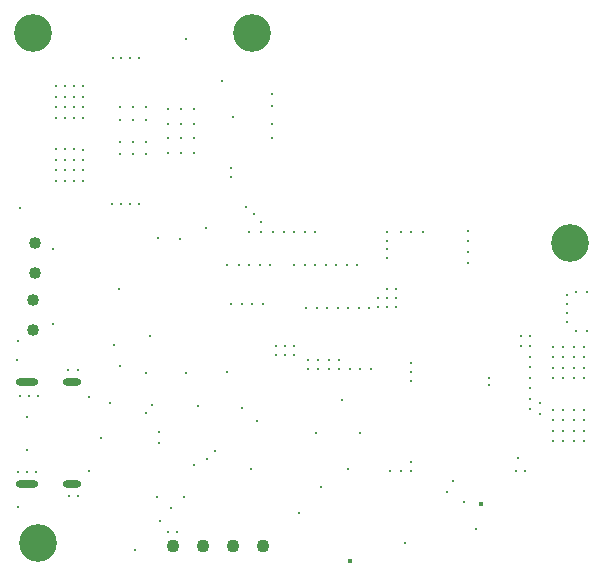
<source format=gbr>
%TF.GenerationSoftware,Altium Limited,Altium Designer,24.1.2 (44)*%
G04 Layer_Color=0*
%FSLAX45Y45*%
%MOMM*%
%TF.SameCoordinates,21A1AB76-749C-4ABA-85A5-5522D30AEDF9*%
%TF.FilePolarity,Positive*%
%TF.FileFunction,Plated,1,2,PTH,Drill*%
%TF.Part,Single*%
G01*
G75*
%TA.AperFunction,OtherDrill,Pad Free-1 (27.686mm,70.993mm)*%
%ADD75C,3.20000*%
%TA.AperFunction,ComponentDrill*%
%ADD76C,1.01600*%
%ADD77C,0.30000*%
%TA.AperFunction,OtherDrill,Pad Free-1 (28.067mm,27.813mm)*%
%ADD78C,3.20000*%
%TA.AperFunction,OtherDrill,Pad Free-1 (46.228mm,70.993mm)*%
%ADD79C,3.20000*%
%TA.AperFunction,OtherDrill,Pad Free-1 (73.152mm,53.213mm)*%
%ADD80C,3.20000*%
%TA.AperFunction,ComponentDrill*%
%ADD81O,1.90000X0.60000*%
%ADD82O,1.60000X0.60000*%
%ADD83C,1.10000*%
%TA.AperFunction,ViaDrill,NotFilled*%
%ADD84C,0.40000*%
%ADD85C,0.30000*%
D75*
X2768600Y7099300D02*
D03*
D76*
Y4838700D02*
D03*
Y4584700D02*
D03*
X2781300Y5067300D02*
D03*
Y5321300D02*
D03*
D77*
X3504500Y6072700D02*
D03*
X3612799D02*
D03*
X3721100Y6072700D02*
D03*
X3504500Y6362700D02*
D03*
X3612800Y6362700D02*
D03*
X3721100Y6362700D02*
D03*
Y6177700D02*
D03*
X3504500Y6177700D02*
D03*
X3721100Y6467700D02*
D03*
X3504499Y6467700D02*
D03*
X3612799Y6177700D02*
D03*
X3612800Y6467700D02*
D03*
X3909500Y6084575D02*
D03*
Y6208325D02*
D03*
X3909499Y6332075D02*
D03*
Y6455825D02*
D03*
X4017800Y6084575D02*
D03*
Y6208325D02*
D03*
Y6332075D02*
D03*
Y6455825D02*
D03*
X4126100Y6084574D02*
D03*
Y6208325D02*
D03*
X4126100Y6332075D02*
D03*
Y6455825D02*
D03*
D78*
X2806700Y2781300D02*
D03*
D79*
X4622800Y7099300D02*
D03*
D80*
X7315200Y5321300D02*
D03*
D81*
X2717100Y3276400D02*
D03*
Y4140400D02*
D03*
D82*
X3099600Y3276400D02*
D03*
Y4140400D02*
D03*
D83*
X4711700Y2755900D02*
D03*
X4457700D02*
D03*
X4203700D02*
D03*
X3949700D02*
D03*
D84*
X5448300Y2628900D02*
D03*
X6559986Y3114030D02*
D03*
D85*
X4787900Y6477000D02*
D03*
Y6578600D02*
D03*
X6896100Y4445000D02*
D03*
Y4533900D02*
D03*
X6972300D02*
D03*
Y4445000D02*
D03*
X7061200Y3962400D02*
D03*
Y3873500D02*
D03*
X6972300Y3911600D02*
D03*
Y4000500D02*
D03*
Y4356100D02*
D03*
Y4267200D02*
D03*
Y4178300D02*
D03*
Y4089400D02*
D03*
X4061439Y7049162D02*
D03*
X2640642Y4492683D02*
D03*
X2654300Y5613400D02*
D03*
X3149600Y4241800D02*
D03*
X4240246Y3490946D02*
D03*
X4305300Y3556000D02*
D03*
X5435600Y3403600D02*
D03*
X3841038Y2964151D02*
D03*
X3813930Y3171033D02*
D03*
X3937000Y3073400D02*
D03*
X3771900Y3949700D02*
D03*
X3721355Y3884700D02*
D03*
X3835400Y3716300D02*
D03*
Y3624300D02*
D03*
X3345181Y3671881D02*
D03*
X3759200Y4533900D02*
D03*
X4533900Y3924300D02*
D03*
X4661859Y3810726D02*
D03*
X6629400Y4178300D02*
D03*
Y4114800D02*
D03*
X3632200Y2717800D02*
D03*
X4572000Y5626100D02*
D03*
X4635500Y5562600D02*
D03*
X4699000Y5499100D02*
D03*
Y5410200D02*
D03*
X4597400D02*
D03*
X4445000Y5880100D02*
D03*
Y5956300D02*
D03*
X3505200Y4279900D02*
D03*
X4064000Y4216400D02*
D03*
X4406900Y4229100D02*
D03*
X4013296Y5353664D02*
D03*
X3822700Y5359400D02*
D03*
X4165600Y3937000D02*
D03*
X4127500Y3441700D02*
D03*
X4610100Y3403600D02*
D03*
X5165838Y3709872D02*
D03*
X5204509Y3253476D02*
D03*
X4047473Y3168485D02*
D03*
X4787900Y6324600D02*
D03*
Y6210300D02*
D03*
X6872082Y3498483D02*
D03*
X5689600Y4775200D02*
D03*
X5765800Y4851400D02*
D03*
Y4775200D02*
D03*
X5842000D02*
D03*
Y4851400D02*
D03*
Y4927600D02*
D03*
X5765800D02*
D03*
X5689600Y4851400D02*
D03*
X3416300Y3962400D02*
D03*
X7454900Y4572000D02*
D03*
X7366000D02*
D03*
X7454900Y4902200D02*
D03*
X7366000D02*
D03*
X7289800Y4876800D02*
D03*
Y4648200D02*
D03*
Y4724400D02*
D03*
Y4800600D02*
D03*
X6934200Y3390900D02*
D03*
X6858000D02*
D03*
X5918200Y2781300D02*
D03*
X6515100Y2895600D02*
D03*
X6413500Y3124200D02*
D03*
X6273800Y3213100D02*
D03*
X6324600Y3302000D02*
D03*
X5969000Y3467100D02*
D03*
Y3390900D02*
D03*
X5880100D02*
D03*
X5791200D02*
D03*
X5016500Y3035300D02*
D03*
X5384800Y3987800D02*
D03*
X5537200Y3708400D02*
D03*
X3721100Y4216400D02*
D03*
X3987800Y2870200D02*
D03*
X3911600D02*
D03*
X2641600Y3086100D02*
D03*
X3238500Y3390900D02*
D03*
X3149600Y3175000D02*
D03*
X3073400D02*
D03*
X2794000Y3378200D02*
D03*
X2717800D02*
D03*
X2641600D02*
D03*
X3236828Y4019615D02*
D03*
X3060700Y4241800D02*
D03*
X2717100Y3568400D02*
D03*
Y3848400D02*
D03*
X2806700Y4025900D02*
D03*
X2730500D02*
D03*
X2654300D02*
D03*
X2628900Y4330700D02*
D03*
X3492500Y4927600D02*
D03*
X3454400Y4457700D02*
D03*
X5763803Y5267582D02*
D03*
X5764459Y5337846D02*
D03*
X5765800Y5410200D02*
D03*
Y5194300D02*
D03*
X4457700Y6388100D02*
D03*
X5969000Y4305300D02*
D03*
Y4229100D02*
D03*
Y4152900D02*
D03*
X5612053Y4773087D02*
D03*
X5523153D02*
D03*
X5078653D02*
D03*
X4711700Y4800600D02*
D03*
X4622800D02*
D03*
X4533900D02*
D03*
X4445000D02*
D03*
X5434253Y4773087D02*
D03*
X5345353D02*
D03*
X5256453D02*
D03*
X5167553D02*
D03*
X4978400Y4445000D02*
D03*
X4902200D02*
D03*
X4826000D02*
D03*
X4978400Y4368800D02*
D03*
X4902200D02*
D03*
X4826000D02*
D03*
X5626100Y4254500D02*
D03*
X5359400Y4330700D02*
D03*
X5270500D02*
D03*
X5181600D02*
D03*
X5092700D02*
D03*
X5537200Y4254500D02*
D03*
X5448300D02*
D03*
X5359400D02*
D03*
X5270500D02*
D03*
X5181600D02*
D03*
X5092700D02*
D03*
X3441700Y6883400D02*
D03*
X3515339Y6884062D02*
D03*
X3591539D02*
D03*
X3667739D02*
D03*
X3666196Y5648691D02*
D03*
X3589996D02*
D03*
X3513796D02*
D03*
X3437596D02*
D03*
X2933700Y4635500D02*
D03*
X2936470Y5268980D02*
D03*
X4368800Y6692900D02*
D03*
X4229100Y5448300D02*
D03*
X7167391Y3819509D02*
D03*
X7256291D02*
D03*
Y4441809D02*
D03*
Y4264009D02*
D03*
X7167391Y4175109D02*
D03*
X7345191Y3819509D02*
D03*
X7434091D02*
D03*
X7256291Y3908409D02*
D03*
X7434091Y3641709D02*
D03*
Y4352909D02*
D03*
X7345191D02*
D03*
X7167391D02*
D03*
Y3908409D02*
D03*
X7345191D02*
D03*
X7167391Y3641709D02*
D03*
X7345191Y4264009D02*
D03*
X7434091Y4175109D02*
D03*
Y3908409D02*
D03*
Y3730609D02*
D03*
X7256291Y3641709D02*
D03*
X7434091Y4441809D02*
D03*
X7345191Y3730609D02*
D03*
X7434091Y4264009D02*
D03*
X7256291Y4352909D02*
D03*
Y3730609D02*
D03*
Y4175109D02*
D03*
X7167391Y3730609D02*
D03*
X7345191Y3641709D02*
D03*
Y4175109D02*
D03*
X7167391Y4264009D02*
D03*
Y4441809D02*
D03*
X7345191D02*
D03*
X3192269Y6111283D02*
D03*
Y6022383D02*
D03*
X3116999Y6023201D02*
D03*
X3188196Y6471066D02*
D03*
X3188196Y6559966D02*
D03*
X4406900Y5130800D02*
D03*
X4508500D02*
D03*
X4597400D02*
D03*
X4686300D02*
D03*
X4775200D02*
D03*
X4978400D02*
D03*
X5511800D02*
D03*
X5422900D02*
D03*
X5334000D02*
D03*
X5245100D02*
D03*
X5156200D02*
D03*
X5067300D02*
D03*
X6448999Y5152222D02*
D03*
X6451600Y5245100D02*
D03*
Y5334000D02*
D03*
Y5422900D02*
D03*
X6070600Y5410200D02*
D03*
X5969000D02*
D03*
X5880100D02*
D03*
X4800600D02*
D03*
X5156200D02*
D03*
X5067300D02*
D03*
X4978400D02*
D03*
X4889500D02*
D03*
X2962291Y5846591D02*
D03*
X2962292Y5935491D02*
D03*
X2962291Y6024391D02*
D03*
Y6113291D02*
D03*
X3038491Y5846591D02*
D03*
X3038492Y5935491D02*
D03*
X3038491Y6024391D02*
D03*
Y6113291D02*
D03*
X3114691Y5846591D02*
D03*
X3114692Y5935491D02*
D03*
X3114691Y6113291D02*
D03*
X3190891Y5846591D02*
D03*
X3190892Y5935491D02*
D03*
X2959596Y6559966D02*
D03*
X3111996D02*
D03*
X3035796Y6471066D02*
D03*
X3188196Y6382166D02*
D03*
X2959596Y6471066D02*
D03*
X3111996D02*
D03*
X3035796Y6382166D02*
D03*
X3188196Y6648866D02*
D03*
X2959596Y6382166D02*
D03*
X3111996D02*
D03*
X3035796Y6648866D02*
D03*
X2959596D02*
D03*
X3111996D02*
D03*
X3035796Y6559966D02*
D03*
%TF.MD5,8c0839c62accdafa18cb8aabbf4e6bbe*%
M02*

</source>
